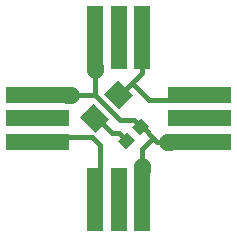
<source format=gbr>
G04 EAGLE Gerber RS-274X export*
G75*
%MOMM*%
%FSLAX34Y34*%
%LPD*%
%INTop Copper*%
%IPPOS*%
%AMOC8*
5,1,8,0,0,1.08239X$1,22.5*%
G01*
%ADD10C,1.401600*%
%ADD11R,1.406400X1.406400*%
%ADD12R,5.000000X1.401600*%
%ADD13R,1.401600X5.000000*%
%ADD14R,1.600000X1.803000*%
%ADD15C,1.219200*%
%ADD16R,1.100000X1.000000*%
%ADD17C,0.406400*%


D10*
X58020Y121600D02*
X61020Y121600D01*
D11*
X53020Y121600D03*
X33020Y121600D03*
X13020Y121600D03*
X53020Y101600D03*
X33020Y101600D03*
X13020Y101600D03*
X53020Y81600D03*
X33020Y81600D03*
X13020Y81600D03*
D12*
X33020Y121600D03*
X33020Y101600D03*
X33020Y81600D03*
D10*
X142180Y81600D02*
X145180Y81600D01*
D11*
X150180Y81600D03*
X170180Y81600D03*
X190180Y81600D03*
X150180Y101600D03*
X170180Y101600D03*
X190180Y101600D03*
X150180Y121600D03*
X170180Y121600D03*
X190180Y121600D03*
D12*
X170180Y81600D03*
X170180Y101600D03*
X170180Y121600D03*
D10*
X121600Y61020D02*
X121600Y58020D01*
D11*
X121600Y53020D03*
X121600Y33020D03*
X121600Y13020D03*
X101600Y53020D03*
X101600Y33020D03*
X101600Y13020D03*
X81600Y53020D03*
X81600Y33020D03*
X81600Y13020D03*
D13*
X81600Y33020D03*
X101600Y33020D03*
X121600Y33020D03*
D10*
X81600Y142180D02*
X81600Y145180D01*
D11*
X81600Y150180D03*
X81600Y170180D03*
X81600Y190180D03*
X101600Y150180D03*
X101600Y170180D03*
X101600Y190180D03*
X121600Y150180D03*
X121600Y170180D03*
X121600Y190180D03*
D13*
X121600Y170180D03*
X101600Y170180D03*
X81600Y170180D03*
D14*
G36*
X93416Y100988D02*
X82102Y89674D01*
X69354Y102422D01*
X80668Y113736D01*
X93416Y100988D01*
G37*
G36*
X113526Y121098D02*
X102212Y109784D01*
X89464Y122532D01*
X100778Y133846D01*
X113526Y121098D01*
G37*
D15*
X82460Y102780D03*
X100420Y120740D03*
D16*
G36*
X112886Y94557D02*
X120663Y102334D01*
X127734Y95263D01*
X119957Y87486D01*
X112886Y94557D01*
G37*
G36*
X100866Y82537D02*
X108643Y90314D01*
X115714Y83243D01*
X107937Y75466D01*
X100866Y82537D01*
G37*
D17*
X92528Y92710D02*
X82460Y102780D01*
X81385Y101705D01*
X107610Y82890D02*
X108290Y82890D01*
X107610Y82890D02*
X101600Y88900D01*
X96338Y88900D01*
X92528Y92710D01*
X121600Y140020D02*
X121600Y150180D01*
X103395Y121815D02*
X101495Y121815D01*
X103395Y121815D02*
X113028Y131448D01*
X121600Y140020D01*
X101495Y121815D02*
X100420Y120740D01*
X150175Y121600D02*
X150180Y121600D01*
X150175Y121600D02*
X146050Y117475D01*
X127001Y117475D01*
X113028Y131448D01*
X53025Y81600D02*
X53020Y81600D01*
X53025Y81600D02*
X57150Y85725D01*
X79375Y85725D01*
X85725Y79375D01*
X85725Y57145D01*
X81600Y53020D01*
X81600Y121600D02*
X81600Y150180D01*
X81600Y121600D02*
X102870Y100330D01*
X81600Y121600D02*
X53020Y121600D01*
X118896Y93194D02*
X120310Y94910D01*
X118896Y95734D02*
X118896Y93194D01*
X118896Y95734D02*
X114300Y100330D01*
X102870Y100330D01*
X118896Y93194D02*
X122706Y93194D01*
X134300Y81600D02*
X150180Y81600D01*
X134300Y81600D02*
X130810Y85090D01*
X122706Y93194D01*
X121600Y75880D02*
X121600Y53020D01*
X121600Y75880D02*
X130810Y85090D01*
M02*

</source>
